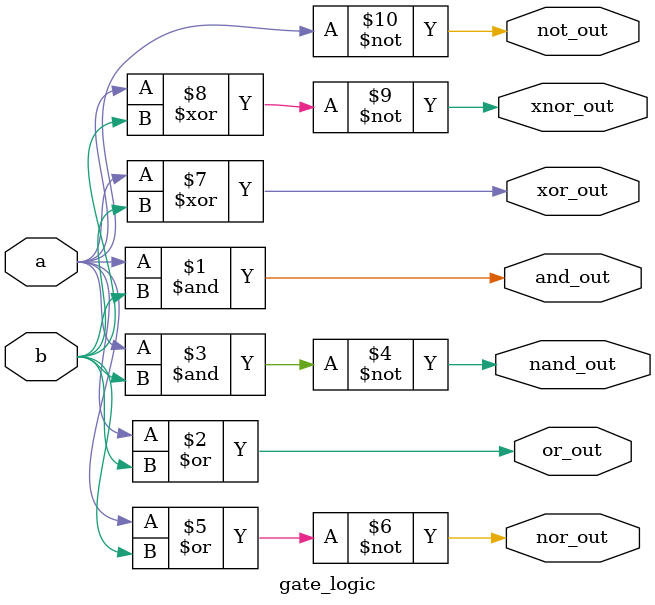
<source format=sv>
module gate_logic(a,b,and_out,or_out,not_out,nand_out,nor_out,xor_out,xnor_out);
  input a,b;
  output and_out,or_out,not_out,nand_out,nor_out,xor_out,xnor_out;
  and a1(and_out,a,b);
  or o1(or_out,a,b);
  not n1(not_out,a);
  nand n2(nand_out,a,b);
  nor n3(nor_out,a,b);
  xor x1(xor_out,a,b);
  xnor x2(xnor_out,a,b);
endmodule

</source>
